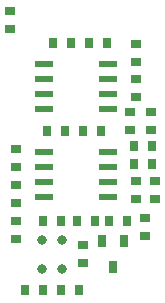
<source format=gbr>
G04 #@! TF.FileFunction,Paste,Top*
%FSLAX46Y46*%
G04 Gerber Fmt 4.6, Leading zero omitted, Abs format (unit mm)*
G04 Created by KiCad (PCBNEW (2014-12-30 BZR 5343)-product) date 2015年01月08日 星期四 21时34分46秒*
%MOMM*%
G01*
G04 APERTURE LIST*
%ADD10C,0.100000*%
%ADD11R,0.762000X0.965200*%
%ADD12R,0.965200X0.762000*%
%ADD13C,0.800000*%
%ADD14R,0.800100X1.000760*%
%ADD15R,1.550000X0.600000*%
G04 APERTURE END LIST*
D10*
D11*
X160909000Y-96012000D03*
X159385000Y-96012000D03*
X159385000Y-90170000D03*
X157861000Y-90170000D03*
D12*
X155575000Y-91694000D03*
X155575000Y-90170000D03*
X161290000Y-93726000D03*
X161290000Y-92202000D03*
D11*
X159766000Y-82550000D03*
X158242000Y-82550000D03*
D12*
X167386000Y-86741000D03*
X167386000Y-88265000D03*
D11*
X162814000Y-82550000D03*
X161290000Y-82550000D03*
D12*
X165735000Y-75184000D03*
X165735000Y-76708000D03*
D11*
X157861000Y-96012000D03*
X156337000Y-96012000D03*
X163449000Y-90170000D03*
X164973000Y-90170000D03*
X160782000Y-90170000D03*
X162306000Y-90170000D03*
D12*
X155575000Y-88646000D03*
X155575000Y-87122000D03*
X155575000Y-84074000D03*
X155575000Y-85598000D03*
X166497000Y-89916000D03*
X166497000Y-91440000D03*
X165735000Y-88265000D03*
X165735000Y-86741000D03*
D11*
X165608000Y-85344000D03*
X167132000Y-85344000D03*
D12*
X165227000Y-80899000D03*
X165227000Y-82423000D03*
X165735000Y-78105000D03*
X165735000Y-79629000D03*
D13*
X159473000Y-91734000D03*
X159473000Y-94194000D03*
X157773000Y-94194000D03*
X157773000Y-91734000D03*
D14*
X163830000Y-94063820D03*
X162877500Y-91864180D03*
X164782500Y-91864180D03*
D15*
X157955000Y-84328000D03*
X157955000Y-85598000D03*
X157955000Y-86868000D03*
X157955000Y-88138000D03*
X163355000Y-88138000D03*
X163355000Y-86868000D03*
X163355000Y-85598000D03*
X163355000Y-84328000D03*
X157955000Y-76835000D03*
X157955000Y-78105000D03*
X157955000Y-79375000D03*
X157955000Y-80645000D03*
X163355000Y-80645000D03*
X163355000Y-79375000D03*
X163355000Y-78105000D03*
X163355000Y-76835000D03*
D12*
X167005000Y-80899000D03*
X167005000Y-82423000D03*
D11*
X167132000Y-83820000D03*
X165608000Y-83820000D03*
X158750000Y-75057000D03*
X160274000Y-75057000D03*
X161798000Y-75057000D03*
X163322000Y-75057000D03*
D12*
X155067000Y-72390000D03*
X155067000Y-73914000D03*
M02*

</source>
